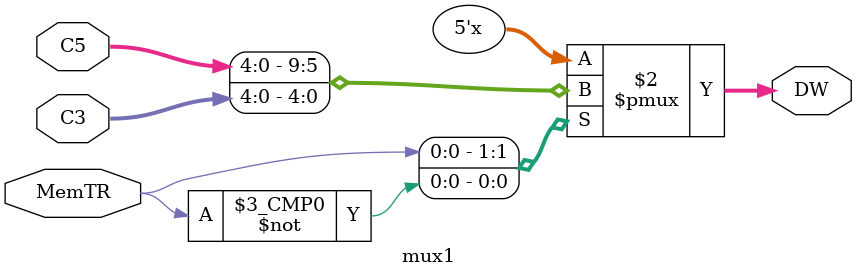
<source format=v>
`timescale 1ns/1ns

module mux1(
	input MemTR,
	input [4:0] C5,
	input [4:0] C3,
	output reg [4:0] DW
);

always@*
begin
	case(MemTR)
		1'd1:
			DW = C5;
		1'd0:
			DW = C3;

	endcase
end
endmodule

</source>
